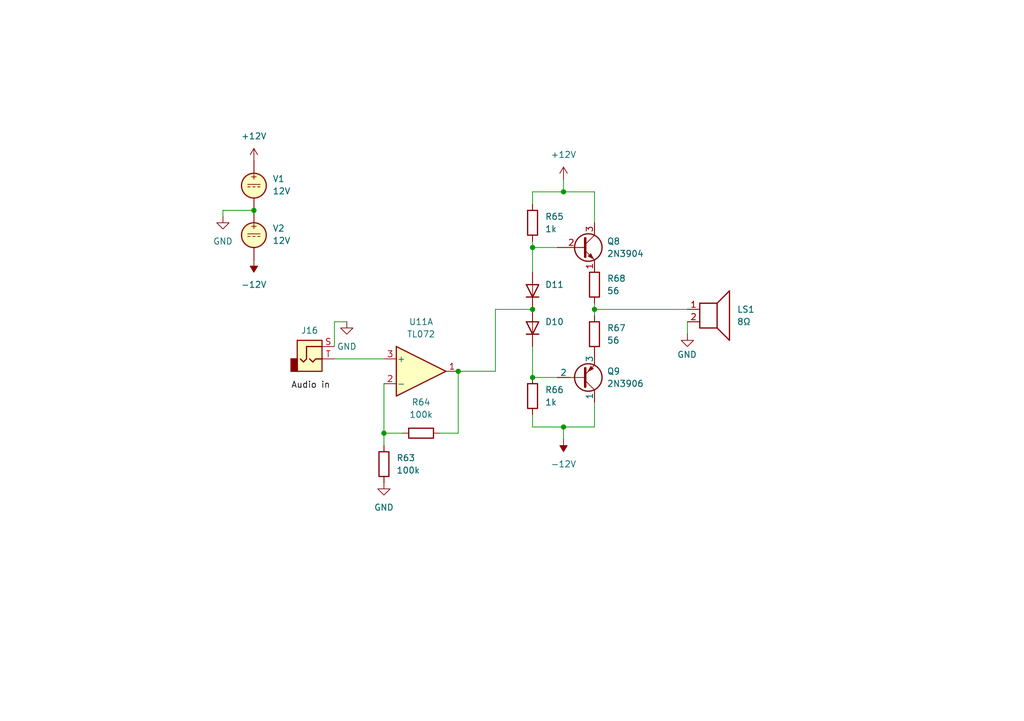
<source format=kicad_sch>
(kicad_sch
	(version 20231120)
	(generator "eeschema")
	(generator_version "8.0")
	(uuid "e6a6f590-9c59-4111-8065-2c23169710ea")
	(paper "A5")
	(title_block
		(title "Sillysizer Amplifier")
		(date "2024-10-27")
		(rev "2")
		(company "TEJ4M Ltd.")
	)
	(lib_symbols
		(symbol "Amplifier_Operational:TL072"
			(pin_names
				(offset 0.127)
			)
			(exclude_from_sim no)
			(in_bom yes)
			(on_board yes)
			(property "Reference" "U"
				(at 0 5.08 0)
				(effects
					(font
						(size 1.27 1.27)
					)
					(justify left)
				)
			)
			(property "Value" "TL072"
				(at 0 -5.08 0)
				(effects
					(font
						(size 1.27 1.27)
					)
					(justify left)
				)
			)
			(property "Footprint" ""
				(at 0 0 0)
				(effects
					(font
						(size 1.27 1.27)
					)
					(hide yes)
				)
			)
			(property "Datasheet" "http://www.ti.com/lit/ds/symlink/tl071.pdf"
				(at 0 0 0)
				(effects
					(font
						(size 1.27 1.27)
					)
					(hide yes)
				)
			)
			(property "Description" "Dual Low-Noise JFET-Input Operational Amplifiers, DIP-8/SOIC-8"
				(at 0 0 0)
				(effects
					(font
						(size 1.27 1.27)
					)
					(hide yes)
				)
			)
			(property "ki_locked" ""
				(at 0 0 0)
				(effects
					(font
						(size 1.27 1.27)
					)
				)
			)
			(property "ki_keywords" "dual opamp"
				(at 0 0 0)
				(effects
					(font
						(size 1.27 1.27)
					)
					(hide yes)
				)
			)
			(property "ki_fp_filters" "SOIC*3.9x4.9mm*P1.27mm* DIP*W7.62mm* TO*99* OnSemi*Micro8* TSSOP*3x3mm*P0.65mm* TSSOP*4.4x3mm*P0.65mm* MSOP*3x3mm*P0.65mm* SSOP*3.9x4.9mm*P0.635mm* LFCSP*2x2mm*P0.5mm* *SIP* SOIC*5.3x6.2mm*P1.27mm*"
				(at 0 0 0)
				(effects
					(font
						(size 1.27 1.27)
					)
					(hide yes)
				)
			)
			(symbol "TL072_1_1"
				(polyline
					(pts
						(xy -5.08 5.08) (xy 5.08 0) (xy -5.08 -5.08) (xy -5.08 5.08)
					)
					(stroke
						(width 0.254)
						(type default)
					)
					(fill
						(type background)
					)
				)
				(pin output line
					(at 7.62 0 180)
					(length 2.54)
					(name "~"
						(effects
							(font
								(size 1.27 1.27)
							)
						)
					)
					(number "1"
						(effects
							(font
								(size 1.27 1.27)
							)
						)
					)
				)
				(pin input line
					(at -7.62 -2.54 0)
					(length 2.54)
					(name "-"
						(effects
							(font
								(size 1.27 1.27)
							)
						)
					)
					(number "2"
						(effects
							(font
								(size 1.27 1.27)
							)
						)
					)
				)
				(pin input line
					(at -7.62 2.54 0)
					(length 2.54)
					(name "+"
						(effects
							(font
								(size 1.27 1.27)
							)
						)
					)
					(number "3"
						(effects
							(font
								(size 1.27 1.27)
							)
						)
					)
				)
			)
			(symbol "TL072_2_1"
				(polyline
					(pts
						(xy -5.08 5.08) (xy 5.08 0) (xy -5.08 -5.08) (xy -5.08 5.08)
					)
					(stroke
						(width 0.254)
						(type default)
					)
					(fill
						(type background)
					)
				)
				(pin input line
					(at -7.62 2.54 0)
					(length 2.54)
					(name "+"
						(effects
							(font
								(size 1.27 1.27)
							)
						)
					)
					(number "5"
						(effects
							(font
								(size 1.27 1.27)
							)
						)
					)
				)
				(pin input line
					(at -7.62 -2.54 0)
					(length 2.54)
					(name "-"
						(effects
							(font
								(size 1.27 1.27)
							)
						)
					)
					(number "6"
						(effects
							(font
								(size 1.27 1.27)
							)
						)
					)
				)
				(pin output line
					(at 7.62 0 180)
					(length 2.54)
					(name "~"
						(effects
							(font
								(size 1.27 1.27)
							)
						)
					)
					(number "7"
						(effects
							(font
								(size 1.27 1.27)
							)
						)
					)
				)
			)
			(symbol "TL072_3_1"
				(pin power_in line
					(at -2.54 -7.62 90)
					(length 3.81)
					(name "V-"
						(effects
							(font
								(size 1.27 1.27)
							)
						)
					)
					(number "4"
						(effects
							(font
								(size 1.27 1.27)
							)
						)
					)
				)
				(pin power_in line
					(at -2.54 7.62 270)
					(length 3.81)
					(name "V+"
						(effects
							(font
								(size 1.27 1.27)
							)
						)
					)
					(number "8"
						(effects
							(font
								(size 1.27 1.27)
							)
						)
					)
				)
			)
		)
		(symbol "Connector_Audio:AudioJack2"
			(exclude_from_sim no)
			(in_bom yes)
			(on_board yes)
			(property "Reference" "J"
				(at 0 8.89 0)
				(effects
					(font
						(size 1.27 1.27)
					)
				)
			)
			(property "Value" "AudioJack2"
				(at 0 6.35 0)
				(effects
					(font
						(size 1.27 1.27)
					)
				)
			)
			(property "Footprint" ""
				(at 0 0 0)
				(effects
					(font
						(size 1.27 1.27)
					)
					(hide yes)
				)
			)
			(property "Datasheet" "~"
				(at 0 0 0)
				(effects
					(font
						(size 1.27 1.27)
					)
					(hide yes)
				)
			)
			(property "Description" "Audio Jack, 2 Poles (Mono / TS)"
				(at 0 0 0)
				(effects
					(font
						(size 1.27 1.27)
					)
					(hide yes)
				)
			)
			(property "ki_keywords" "audio jack receptacle mono phone headphone TS connector"
				(at 0 0 0)
				(effects
					(font
						(size 1.27 1.27)
					)
					(hide yes)
				)
			)
			(property "ki_fp_filters" "Jack*"
				(at 0 0 0)
				(effects
					(font
						(size 1.27 1.27)
					)
					(hide yes)
				)
			)
			(symbol "AudioJack2_0_1"
				(rectangle
					(start -3.81 0)
					(end -2.54 -2.54)
					(stroke
						(width 0.254)
						(type default)
					)
					(fill
						(type outline)
					)
				)
				(rectangle
					(start -2.54 3.81)
					(end 2.54 -2.54)
					(stroke
						(width 0.254)
						(type default)
					)
					(fill
						(type background)
					)
				)
				(polyline
					(pts
						(xy 0 0) (xy 0.635 -0.635) (xy 1.27 0) (xy 2.54 0)
					)
					(stroke
						(width 0.254)
						(type default)
					)
					(fill
						(type none)
					)
				)
				(polyline
					(pts
						(xy 2.54 2.54) (xy -0.635 2.54) (xy -0.635 0) (xy -1.27 -0.635) (xy -1.905 0)
					)
					(stroke
						(width 0.254)
						(type default)
					)
					(fill
						(type none)
					)
				)
			)
			(symbol "AudioJack2_1_1"
				(pin passive line
					(at 5.08 2.54 180)
					(length 2.54)
					(name "~"
						(effects
							(font
								(size 1.27 1.27)
							)
						)
					)
					(number "S"
						(effects
							(font
								(size 1.27 1.27)
							)
						)
					)
				)
				(pin passive line
					(at 5.08 0 180)
					(length 2.54)
					(name "~"
						(effects
							(font
								(size 1.27 1.27)
							)
						)
					)
					(number "T"
						(effects
							(font
								(size 1.27 1.27)
							)
						)
					)
				)
			)
		)
		(symbol "Device:D"
			(pin_numbers hide)
			(pin_names
				(offset 1.016) hide)
			(exclude_from_sim no)
			(in_bom yes)
			(on_board yes)
			(property "Reference" "D"
				(at 0 2.54 0)
				(effects
					(font
						(size 1.27 1.27)
					)
				)
			)
			(property "Value" "D"
				(at 0 -2.54 0)
				(effects
					(font
						(size 1.27 1.27)
					)
				)
			)
			(property "Footprint" ""
				(at 0 0 0)
				(effects
					(font
						(size 1.27 1.27)
					)
					(hide yes)
				)
			)
			(property "Datasheet" "~"
				(at 0 0 0)
				(effects
					(font
						(size 1.27 1.27)
					)
					(hide yes)
				)
			)
			(property "Description" "Diode"
				(at 0 0 0)
				(effects
					(font
						(size 1.27 1.27)
					)
					(hide yes)
				)
			)
			(property "Sim.Device" "D"
				(at 0 0 0)
				(effects
					(font
						(size 1.27 1.27)
					)
					(hide yes)
				)
			)
			(property "Sim.Pins" "1=K 2=A"
				(at 0 0 0)
				(effects
					(font
						(size 1.27 1.27)
					)
					(hide yes)
				)
			)
			(property "ki_keywords" "diode"
				(at 0 0 0)
				(effects
					(font
						(size 1.27 1.27)
					)
					(hide yes)
				)
			)
			(property "ki_fp_filters" "TO-???* *_Diode_* *SingleDiode* D_*"
				(at 0 0 0)
				(effects
					(font
						(size 1.27 1.27)
					)
					(hide yes)
				)
			)
			(symbol "D_0_1"
				(polyline
					(pts
						(xy -1.27 1.27) (xy -1.27 -1.27)
					)
					(stroke
						(width 0.254)
						(type default)
					)
					(fill
						(type none)
					)
				)
				(polyline
					(pts
						(xy 1.27 0) (xy -1.27 0)
					)
					(stroke
						(width 0)
						(type default)
					)
					(fill
						(type none)
					)
				)
				(polyline
					(pts
						(xy 1.27 1.27) (xy 1.27 -1.27) (xy -1.27 0) (xy 1.27 1.27)
					)
					(stroke
						(width 0.254)
						(type default)
					)
					(fill
						(type none)
					)
				)
			)
			(symbol "D_1_1"
				(pin passive line
					(at -3.81 0 0)
					(length 2.54)
					(name "K"
						(effects
							(font
								(size 1.27 1.27)
							)
						)
					)
					(number "1"
						(effects
							(font
								(size 1.27 1.27)
							)
						)
					)
				)
				(pin passive line
					(at 3.81 0 180)
					(length 2.54)
					(name "A"
						(effects
							(font
								(size 1.27 1.27)
							)
						)
					)
					(number "2"
						(effects
							(font
								(size 1.27 1.27)
							)
						)
					)
				)
			)
		)
		(symbol "Device:R"
			(pin_numbers hide)
			(pin_names
				(offset 0)
			)
			(exclude_from_sim no)
			(in_bom yes)
			(on_board yes)
			(property "Reference" "R"
				(at 2.032 0 90)
				(effects
					(font
						(size 1.27 1.27)
					)
				)
			)
			(property "Value" "R"
				(at 0 0 90)
				(effects
					(font
						(size 1.27 1.27)
					)
				)
			)
			(property "Footprint" ""
				(at -1.778 0 90)
				(effects
					(font
						(size 1.27 1.27)
					)
					(hide yes)
				)
			)
			(property "Datasheet" "~"
				(at 0 0 0)
				(effects
					(font
						(size 1.27 1.27)
					)
					(hide yes)
				)
			)
			(property "Description" "Resistor"
				(at 0 0 0)
				(effects
					(font
						(size 1.27 1.27)
					)
					(hide yes)
				)
			)
			(property "ki_keywords" "R res resistor"
				(at 0 0 0)
				(effects
					(font
						(size 1.27 1.27)
					)
					(hide yes)
				)
			)
			(property "ki_fp_filters" "R_*"
				(at 0 0 0)
				(effects
					(font
						(size 1.27 1.27)
					)
					(hide yes)
				)
			)
			(symbol "R_0_1"
				(rectangle
					(start -1.016 -2.54)
					(end 1.016 2.54)
					(stroke
						(width 0.254)
						(type default)
					)
					(fill
						(type none)
					)
				)
			)
			(symbol "R_1_1"
				(pin passive line
					(at 0 3.81 270)
					(length 1.27)
					(name "~"
						(effects
							(font
								(size 1.27 1.27)
							)
						)
					)
					(number "1"
						(effects
							(font
								(size 1.27 1.27)
							)
						)
					)
				)
				(pin passive line
					(at 0 -3.81 90)
					(length 1.27)
					(name "~"
						(effects
							(font
								(size 1.27 1.27)
							)
						)
					)
					(number "2"
						(effects
							(font
								(size 1.27 1.27)
							)
						)
					)
				)
			)
		)
		(symbol "Device:Speaker"
			(pin_names
				(offset 0) hide)
			(exclude_from_sim no)
			(in_bom yes)
			(on_board yes)
			(property "Reference" "LS"
				(at 1.27 5.715 0)
				(effects
					(font
						(size 1.27 1.27)
					)
					(justify right)
				)
			)
			(property "Value" "Speaker"
				(at 1.27 3.81 0)
				(effects
					(font
						(size 1.27 1.27)
					)
					(justify right)
				)
			)
			(property "Footprint" ""
				(at 0 -5.08 0)
				(effects
					(font
						(size 1.27 1.27)
					)
					(hide yes)
				)
			)
			(property "Datasheet" "~"
				(at -0.254 -1.27 0)
				(effects
					(font
						(size 1.27 1.27)
					)
					(hide yes)
				)
			)
			(property "Description" "Speaker"
				(at 0 0 0)
				(effects
					(font
						(size 1.27 1.27)
					)
					(hide yes)
				)
			)
			(property "ki_keywords" "speaker sound"
				(at 0 0 0)
				(effects
					(font
						(size 1.27 1.27)
					)
					(hide yes)
				)
			)
			(symbol "Speaker_0_0"
				(rectangle
					(start -2.54 1.27)
					(end 1.016 -3.81)
					(stroke
						(width 0.254)
						(type default)
					)
					(fill
						(type none)
					)
				)
				(polyline
					(pts
						(xy 1.016 1.27) (xy 3.556 3.81) (xy 3.556 -6.35) (xy 1.016 -3.81)
					)
					(stroke
						(width 0.254)
						(type default)
					)
					(fill
						(type none)
					)
				)
			)
			(symbol "Speaker_1_1"
				(pin input line
					(at -5.08 0 0)
					(length 2.54)
					(name "1"
						(effects
							(font
								(size 1.27 1.27)
							)
						)
					)
					(number "1"
						(effects
							(font
								(size 1.27 1.27)
							)
						)
					)
				)
				(pin input line
					(at -5.08 -2.54 0)
					(length 2.54)
					(name "2"
						(effects
							(font
								(size 1.27 1.27)
							)
						)
					)
					(number "2"
						(effects
							(font
								(size 1.27 1.27)
							)
						)
					)
				)
			)
		)
		(symbol "Simulation_SPICE:PNP"
			(pin_numbers hide)
			(pin_names
				(offset 0)
			)
			(exclude_from_sim no)
			(in_bom yes)
			(on_board yes)
			(property "Reference" "Q3"
				(at 5.08 -1.2701 0)
				(effects
					(font
						(size 1.27 1.27)
					)
					(justify left)
				)
			)
			(property "Value" "PNP"
				(at 5.08 1.2699 0)
				(effects
					(font
						(size 1.27 1.27)
					)
					(justify left)
				)
			)
			(property "Footprint" ""
				(at 35.56 0 0)
				(effects
					(font
						(size 1.27 1.27)
					)
					(hide yes)
				)
			)
			(property "Datasheet" "https://ngspice.sourceforge.io/docs/ngspice-html-manual/manual.xhtml#cha_BJTs"
				(at 35.56 0 0)
				(effects
					(font
						(size 1.27 1.27)
					)
					(hide yes)
				)
			)
			(property "Description" "Bipolar transistor symbol for simulation only, substrate tied to the emitter"
				(at 0 0 0)
				(effects
					(font
						(size 1.27 1.27)
					)
					(hide yes)
				)
			)
			(property "Sim.Device" "PNP"
				(at 0 0 0)
				(effects
					(font
						(size 1.27 1.27)
					)
					(hide yes)
				)
			)
			(property "Sim.Type" "GUMMELPOON"
				(at 0 0 0)
				(effects
					(font
						(size 1.27 1.27)
					)
					(hide yes)
				)
			)
			(property "Sim.Pins" "1=C 2=B 3=E"
				(at 0 0 0)
				(effects
					(font
						(size 1.27 1.27)
					)
					(hide yes)
				)
			)
			(property "ki_keywords" "simulation"
				(at 0 0 0)
				(effects
					(font
						(size 1.27 1.27)
					)
					(hide yes)
				)
			)
			(symbol "PNP_0_1"
				(polyline
					(pts
						(xy -2.54 0) (xy 0.635 0)
					)
					(stroke
						(width 0.1524)
						(type default)
					)
					(fill
						(type none)
					)
				)
				(polyline
					(pts
						(xy 0.635 0.635) (xy 2.54 2.54)
					)
					(stroke
						(width 0)
						(type default)
					)
					(fill
						(type none)
					)
				)
				(polyline
					(pts
						(xy 0.635 -0.635) (xy 2.54 -2.54) (xy 2.54 -2.54)
					)
					(stroke
						(width 0)
						(type default)
					)
					(fill
						(type none)
					)
				)
				(polyline
					(pts
						(xy 0.635 1.905) (xy 0.635 -1.905) (xy 0.635 -1.905)
					)
					(stroke
						(width 0.508)
						(type default)
					)
					(fill
						(type none)
					)
				)
				(polyline
					(pts
						(xy 2.286 -1.778) (xy 1.778 -2.286) (xy 1.27 -1.27) (xy 2.286 -1.778) (xy 2.286 -1.778)
					)
					(stroke
						(width 0)
						(type default)
					)
					(fill
						(type outline)
					)
				)
				(circle
					(center 1.27 0)
					(radius 2.8194)
					(stroke
						(width 0.254)
						(type default)
					)
					(fill
						(type none)
					)
				)
			)
			(symbol "PNP_1_1"
				(pin open_collector line
					(at 2.54 5.08 270)
					(length 2.54)
					(name "1"
						(effects
							(font
								(size 1.27 1.27)
							)
						)
					)
					(number "1"
						(effects
							(font
								(size 1.27 1.27)
							)
						)
					)
				)
				(pin input line
					(at -5.08 0 0)
					(length 2.54)
					(name "2"
						(effects
							(font
								(size 1.27 1.27)
							)
						)
					)
					(number "2"
						(effects
							(font
								(size 1.27 1.27)
							)
						)
					)
				)
				(pin open_emitter line
					(at 2.54 -5.08 90)
					(length 2.54)
					(name "3"
						(effects
							(font
								(size 1.27 1.27)
							)
						)
					)
					(number "3"
						(effects
							(font
								(size 1.27 1.27)
							)
						)
					)
				)
			)
		)
		(symbol "Simulation_SPICE:VDC"
			(pin_numbers hide)
			(pin_names
				(offset 0.0254)
			)
			(exclude_from_sim no)
			(in_bom yes)
			(on_board yes)
			(property "Reference" "V"
				(at 2.54 2.54 0)
				(effects
					(font
						(size 1.27 1.27)
					)
					(justify left)
				)
			)
			(property "Value" "1"
				(at 2.54 0 0)
				(effects
					(font
						(size 1.27 1.27)
					)
					(justify left)
				)
			)
			(property "Footprint" ""
				(at 0 0 0)
				(effects
					(font
						(size 1.27 1.27)
					)
					(hide yes)
				)
			)
			(property "Datasheet" "https://ngspice.sourceforge.io/docs/ngspice-html-manual/manual.xhtml#sec_Independent_Sources_for"
				(at 0 0 0)
				(effects
					(font
						(size 1.27 1.27)
					)
					(hide yes)
				)
			)
			(property "Description" "Voltage source, DC"
				(at 0 0 0)
				(effects
					(font
						(size 1.27 1.27)
					)
					(hide yes)
				)
			)
			(property "Sim.Pins" "1=+ 2=-"
				(at 0 0 0)
				(effects
					(font
						(size 1.27 1.27)
					)
					(hide yes)
				)
			)
			(property "Sim.Type" "DC"
				(at 0 0 0)
				(effects
					(font
						(size 1.27 1.27)
					)
					(hide yes)
				)
			)
			(property "Sim.Device" "V"
				(at 0 0 0)
				(effects
					(font
						(size 1.27 1.27)
					)
					(justify left)
					(hide yes)
				)
			)
			(property "ki_keywords" "simulation"
				(at 0 0 0)
				(effects
					(font
						(size 1.27 1.27)
					)
					(hide yes)
				)
			)
			(symbol "VDC_0_0"
				(polyline
					(pts
						(xy -1.27 0.254) (xy 1.27 0.254)
					)
					(stroke
						(width 0)
						(type default)
					)
					(fill
						(type none)
					)
				)
				(polyline
					(pts
						(xy -0.762 -0.254) (xy -1.27 -0.254)
					)
					(stroke
						(width 0)
						(type default)
					)
					(fill
						(type none)
					)
				)
				(polyline
					(pts
						(xy 0.254 -0.254) (xy -0.254 -0.254)
					)
					(stroke
						(width 0)
						(type default)
					)
					(fill
						(type none)
					)
				)
				(polyline
					(pts
						(xy 1.27 -0.254) (xy 0.762 -0.254)
					)
					(stroke
						(width 0)
						(type default)
					)
					(fill
						(type none)
					)
				)
				(text "+"
					(at 0 1.905 0)
					(effects
						(font
							(size 1.27 1.27)
						)
					)
				)
			)
			(symbol "VDC_0_1"
				(circle
					(center 0 0)
					(radius 2.54)
					(stroke
						(width 0.254)
						(type default)
					)
					(fill
						(type background)
					)
				)
			)
			(symbol "VDC_1_1"
				(pin passive line
					(at 0 5.08 270)
					(length 2.54)
					(name "~"
						(effects
							(font
								(size 1.27 1.27)
							)
						)
					)
					(number "1"
						(effects
							(font
								(size 1.27 1.27)
							)
						)
					)
				)
				(pin passive line
					(at 0 -5.08 90)
					(length 2.54)
					(name "~"
						(effects
							(font
								(size 1.27 1.27)
							)
						)
					)
					(number "2"
						(effects
							(font
								(size 1.27 1.27)
							)
						)
					)
				)
			)
		)
		(symbol "Transistor_BJT:2N3904"
			(pin_names
				(offset 0) hide)
			(exclude_from_sim no)
			(in_bom yes)
			(on_board yes)
			(property "Reference" "Q"
				(at 5.08 1.905 0)
				(effects
					(font
						(size 1.27 1.27)
					)
					(justify left)
				)
			)
			(property "Value" "2N3904"
				(at 5.08 0 0)
				(effects
					(font
						(size 1.27 1.27)
					)
					(justify left)
				)
			)
			(property "Footprint" "Package_TO_SOT_THT:TO-92_Inline"
				(at 5.08 -1.905 0)
				(effects
					(font
						(size 1.27 1.27)
						(italic yes)
					)
					(justify left)
					(hide yes)
				)
			)
			(property "Datasheet" "https://www.onsemi.com/pub/Collateral/2N3903-D.PDF"
				(at 0 0 0)
				(effects
					(font
						(size 1.27 1.27)
					)
					(justify left)
					(hide yes)
				)
			)
			(property "Description" "0.2A Ic, 40V Vce, Small Signal NPN Transistor, TO-92"
				(at 0 0 0)
				(effects
					(font
						(size 1.27 1.27)
					)
					(hide yes)
				)
			)
			(property "ki_keywords" "NPN Transistor"
				(at 0 0 0)
				(effects
					(font
						(size 1.27 1.27)
					)
					(hide yes)
				)
			)
			(property "ki_fp_filters" "TO?92*"
				(at 0 0 0)
				(effects
					(font
						(size 1.27 1.27)
					)
					(hide yes)
				)
			)
			(symbol "2N3904_0_1"
				(polyline
					(pts
						(xy 0.635 0.635) (xy 2.54 2.54)
					)
					(stroke
						(width 0)
						(type default)
					)
					(fill
						(type none)
					)
				)
				(polyline
					(pts
						(xy 0.635 -0.635) (xy 2.54 -2.54) (xy 2.54 -2.54)
					)
					(stroke
						(width 0)
						(type default)
					)
					(fill
						(type none)
					)
				)
				(polyline
					(pts
						(xy 0.635 1.905) (xy 0.635 -1.905) (xy 0.635 -1.905)
					)
					(stroke
						(width 0.508)
						(type default)
					)
					(fill
						(type none)
					)
				)
				(polyline
					(pts
						(xy 1.27 -1.778) (xy 1.778 -1.27) (xy 2.286 -2.286) (xy 1.27 -1.778) (xy 1.27 -1.778)
					)
					(stroke
						(width 0)
						(type default)
					)
					(fill
						(type outline)
					)
				)
				(circle
					(center 1.27 0)
					(radius 2.8194)
					(stroke
						(width 0.254)
						(type default)
					)
					(fill
						(type none)
					)
				)
			)
			(symbol "2N3904_1_1"
				(pin passive line
					(at 2.54 -5.08 90)
					(length 2.54)
					(name "E"
						(effects
							(font
								(size 1.27 1.27)
							)
						)
					)
					(number "1"
						(effects
							(font
								(size 1.27 1.27)
							)
						)
					)
				)
				(pin passive line
					(at -5.08 0 0)
					(length 5.715)
					(name "B"
						(effects
							(font
								(size 1.27 1.27)
							)
						)
					)
					(number "2"
						(effects
							(font
								(size 1.27 1.27)
							)
						)
					)
				)
				(pin passive line
					(at 2.54 5.08 270)
					(length 2.54)
					(name "C"
						(effects
							(font
								(size 1.27 1.27)
							)
						)
					)
					(number "3"
						(effects
							(font
								(size 1.27 1.27)
							)
						)
					)
				)
			)
		)
		(symbol "power:+12V"
			(power)
			(pin_numbers hide)
			(pin_names
				(offset 0) hide)
			(exclude_from_sim no)
			(in_bom yes)
			(on_board yes)
			(property "Reference" "#PWR"
				(at 0 -3.81 0)
				(effects
					(font
						(size 1.27 1.27)
					)
					(hide yes)
				)
			)
			(property "Value" "+12V"
				(at 0 3.556 0)
				(effects
					(font
						(size 1.27 1.27)
					)
				)
			)
			(property "Footprint" ""
				(at 0 0 0)
				(effects
					(font
						(size 1.27 1.27)
					)
					(hide yes)
				)
			)
			(property "Datasheet" ""
				(at 0 0 0)
				(effects
					(font
						(size 1.27 1.27)
					)
					(hide yes)
				)
			)
			(property "Description" "Power symbol creates a global label with name \"+12V\""
				(at 0 0 0)
				(effects
					(font
						(size 1.27 1.27)
					)
					(hide yes)
				)
			)
			(property "ki_keywords" "global power"
				(at 0 0 0)
				(effects
					(font
						(size 1.27 1.27)
					)
					(hide yes)
				)
			)
			(symbol "+12V_0_1"
				(polyline
					(pts
						(xy -0.762 1.27) (xy 0 2.54)
					)
					(stroke
						(width 0)
						(type default)
					)
					(fill
						(type none)
					)
				)
				(polyline
					(pts
						(xy 0 0) (xy 0 2.54)
					)
					(stroke
						(width 0)
						(type default)
					)
					(fill
						(type none)
					)
				)
				(polyline
					(pts
						(xy 0 2.54) (xy 0.762 1.27)
					)
					(stroke
						(width 0)
						(type default)
					)
					(fill
						(type none)
					)
				)
			)
			(symbol "+12V_1_1"
				(pin power_in line
					(at 0 0 90)
					(length 0)
					(name "~"
						(effects
							(font
								(size 1.27 1.27)
							)
						)
					)
					(number "1"
						(effects
							(font
								(size 1.27 1.27)
							)
						)
					)
				)
			)
		)
		(symbol "power:-12V"
			(power)
			(pin_numbers hide)
			(pin_names
				(offset 0) hide)
			(exclude_from_sim no)
			(in_bom yes)
			(on_board yes)
			(property "Reference" "#PWR"
				(at 0 -3.81 0)
				(effects
					(font
						(size 1.27 1.27)
					)
					(hide yes)
				)
			)
			(property "Value" "-12V"
				(at 0 3.556 0)
				(effects
					(font
						(size 1.27 1.27)
					)
				)
			)
			(property "Footprint" ""
				(at 0 0 0)
				(effects
					(font
						(size 1.27 1.27)
					)
					(hide yes)
				)
			)
			(property "Datasheet" ""
				(at 0 0 0)
				(effects
					(font
						(size 1.27 1.27)
					)
					(hide yes)
				)
			)
			(property "Description" "Power symbol creates a global label with name \"-12V\""
				(at 0 0 0)
				(effects
					(font
						(size 1.27 1.27)
					)
					(hide yes)
				)
			)
			(property "ki_keywords" "global power"
				(at 0 0 0)
				(effects
					(font
						(size 1.27 1.27)
					)
					(hide yes)
				)
			)
			(symbol "-12V_0_0"
				(pin power_in line
					(at 0 0 90)
					(length 0)
					(name "~"
						(effects
							(font
								(size 1.27 1.27)
							)
						)
					)
					(number "1"
						(effects
							(font
								(size 1.27 1.27)
							)
						)
					)
				)
			)
			(symbol "-12V_0_1"
				(polyline
					(pts
						(xy 0 0) (xy 0 1.27) (xy 0.762 1.27) (xy 0 2.54) (xy -0.762 1.27) (xy 0 1.27)
					)
					(stroke
						(width 0)
						(type default)
					)
					(fill
						(type outline)
					)
				)
			)
		)
		(symbol "power:GND"
			(power)
			(pin_numbers hide)
			(pin_names
				(offset 0) hide)
			(exclude_from_sim no)
			(in_bom yes)
			(on_board yes)
			(property "Reference" "#PWR"
				(at 0 -6.35 0)
				(effects
					(font
						(size 1.27 1.27)
					)
					(hide yes)
				)
			)
			(property "Value" "GND"
				(at 0 -3.81 0)
				(effects
					(font
						(size 1.27 1.27)
					)
				)
			)
			(property "Footprint" ""
				(at 0 0 0)
				(effects
					(font
						(size 1.27 1.27)
					)
					(hide yes)
				)
			)
			(property "Datasheet" ""
				(at 0 0 0)
				(effects
					(font
						(size 1.27 1.27)
					)
					(hide yes)
				)
			)
			(property "Description" "Power symbol creates a global label with name \"GND\" , ground"
				(at 0 0 0)
				(effects
					(font
						(size 1.27 1.27)
					)
					(hide yes)
				)
			)
			(property "ki_keywords" "global power"
				(at 0 0 0)
				(effects
					(font
						(size 1.27 1.27)
					)
					(hide yes)
				)
			)
			(symbol "GND_0_1"
				(polyline
					(pts
						(xy 0 0) (xy 0 -1.27) (xy 1.27 -1.27) (xy 0 -2.54) (xy -1.27 -1.27) (xy 0 -1.27)
					)
					(stroke
						(width 0)
						(type default)
					)
					(fill
						(type none)
					)
				)
			)
			(symbol "GND_1_1"
				(pin power_in line
					(at 0 0 270)
					(length 0)
					(name "~"
						(effects
							(font
								(size 1.27 1.27)
							)
						)
					)
					(number "1"
						(effects
							(font
								(size 1.27 1.27)
							)
						)
					)
				)
			)
		)
	)
	(junction
		(at 52.07 43.18)
		(diameter 0)
		(color 0 0 0 0)
		(uuid "2dbb6d12-684d-4d40-bc79-cb4d988027a7")
	)
	(junction
		(at 115.57 87.63)
		(diameter 0)
		(color 0 0 0 0)
		(uuid "4c8e7e6a-ad7f-4f8b-926e-c40848553475")
	)
	(junction
		(at 78.74 88.9)
		(diameter 0)
		(color 0 0 0 0)
		(uuid "734b577b-ec05-49d4-a4c8-daaa0baa41c9")
	)
	(junction
		(at 109.22 77.47)
		(diameter 0)
		(color 0 0 0 0)
		(uuid "8c347fff-2347-498d-b8a4-eb99871e78f5")
	)
	(junction
		(at 109.22 63.5)
		(diameter 0)
		(color 0 0 0 0)
		(uuid "c3d3c804-3a18-4923-b2b1-714d595cd4d7")
	)
	(junction
		(at 109.22 50.8)
		(diameter 0)
		(color 0 0 0 0)
		(uuid "c490bd9e-8d8a-45c9-8118-4ac65959a3a3")
	)
	(junction
		(at 115.57 39.37)
		(diameter 0)
		(color 0 0 0 0)
		(uuid "cb489895-fbb6-4668-b4a4-09487e69f36a")
	)
	(junction
		(at 93.98 76.2)
		(diameter 0)
		(color 0 0 0 0)
		(uuid "ccd16db5-06a3-4899-b348-01f3b380494d")
	)
	(junction
		(at 121.92 63.5)
		(diameter 0)
		(color 0 0 0 0)
		(uuid "e6caccc0-4129-4e80-a578-88c446b6aa23")
	)
	(wire
		(pts
			(xy 121.92 63.5) (xy 140.97 63.5)
		)
		(stroke
			(width 0)
			(type default)
		)
		(uuid "06e7dc75-b361-4fbf-aa21-d239281f20f4")
	)
	(wire
		(pts
			(xy 109.22 87.63) (xy 115.57 87.63)
		)
		(stroke
			(width 0)
			(type default)
		)
		(uuid "0d2d0f5a-c020-42c2-a5ec-eab6be43fd72")
	)
	(wire
		(pts
			(xy 68.58 66.04) (xy 71.12 66.04)
		)
		(stroke
			(width 0)
			(type default)
		)
		(uuid "13ca06e0-3fef-4eab-b05a-e9d50245668e")
	)
	(wire
		(pts
			(xy 109.22 50.8) (xy 114.3 50.8)
		)
		(stroke
			(width 0)
			(type default)
		)
		(uuid "26f4b132-ad8c-46a6-9a57-f106129fdd77")
	)
	(wire
		(pts
			(xy 121.92 82.55) (xy 121.92 87.63)
		)
		(stroke
			(width 0)
			(type default)
		)
		(uuid "2d46d6bf-32f2-46e5-b1fa-d650644f7de1")
	)
	(wire
		(pts
			(xy 78.74 91.44) (xy 78.74 88.9)
		)
		(stroke
			(width 0)
			(type default)
		)
		(uuid "35f138cf-2403-4dd2-b71a-70cac0532dca")
	)
	(wire
		(pts
			(xy 93.98 76.2) (xy 93.98 88.9)
		)
		(stroke
			(width 0)
			(type default)
		)
		(uuid "461838f5-f5d5-4e39-8785-037cb1da7abc")
	)
	(wire
		(pts
			(xy 115.57 39.37) (xy 109.22 39.37)
		)
		(stroke
			(width 0)
			(type default)
		)
		(uuid "4c34fe3b-c8f2-4db6-bed6-0351d9b5282f")
	)
	(wire
		(pts
			(xy 121.92 64.77) (xy 121.92 63.5)
		)
		(stroke
			(width 0)
			(type default)
		)
		(uuid "4cabd01e-7725-4461-9549-aac98e20545b")
	)
	(wire
		(pts
			(xy 109.22 63.5) (xy 101.6 63.5)
		)
		(stroke
			(width 0)
			(type default)
		)
		(uuid "546b6217-ee89-45aa-865f-29ad3f60a77c")
	)
	(wire
		(pts
			(xy 68.58 71.12) (xy 68.58 66.04)
		)
		(stroke
			(width 0)
			(type default)
		)
		(uuid "5bb81040-b30b-47ad-8cc0-0a6ef127492a")
	)
	(wire
		(pts
			(xy 121.92 54.61) (xy 121.92 55.88)
		)
		(stroke
			(width 0)
			(type default)
		)
		(uuid "5dcdb692-fedc-40bf-a654-cb11b0ceae56")
	)
	(wire
		(pts
			(xy 101.6 76.2) (xy 93.98 76.2)
		)
		(stroke
			(width 0)
			(type default)
		)
		(uuid "5f6573ff-cd13-41c9-a8a6-28c292fe184d")
	)
	(wire
		(pts
			(xy 140.97 68.58) (xy 140.97 66.04)
		)
		(stroke
			(width 0)
			(type default)
		)
		(uuid "69ecc19b-d539-4c36-8b59-f35d34436963")
	)
	(wire
		(pts
			(xy 93.98 88.9) (xy 90.17 88.9)
		)
		(stroke
			(width 0)
			(type default)
		)
		(uuid "6b061235-984a-446d-bbda-fbf45e23dc0e")
	)
	(wire
		(pts
			(xy 101.6 63.5) (xy 101.6 76.2)
		)
		(stroke
			(width 0)
			(type default)
		)
		(uuid "6d263255-6f4a-4421-be2d-0bf0f6cba22a")
	)
	(wire
		(pts
			(xy 109.22 71.12) (xy 109.22 77.47)
		)
		(stroke
			(width 0)
			(type default)
		)
		(uuid "6d40272b-2439-4e6f-93d4-3abf60b58ae8")
	)
	(wire
		(pts
			(xy 109.22 39.37) (xy 109.22 41.91)
		)
		(stroke
			(width 0)
			(type default)
		)
		(uuid "82df9c04-bdb1-4e09-b766-4d7bf660b658")
	)
	(wire
		(pts
			(xy 78.74 88.9) (xy 82.55 88.9)
		)
		(stroke
			(width 0)
			(type default)
		)
		(uuid "84db983d-edde-474b-8ba6-613a970b9268")
	)
	(wire
		(pts
			(xy 68.58 73.66) (xy 78.74 73.66)
		)
		(stroke
			(width 0)
			(type default)
		)
		(uuid "851af6ab-e002-4e7d-a8ea-7dc5b9b30857")
	)
	(wire
		(pts
			(xy 109.22 50.8) (xy 109.22 55.88)
		)
		(stroke
			(width 0)
			(type default)
		)
		(uuid "8d1647a8-c028-4ce3-9ef2-7df11ccac5be")
	)
	(wire
		(pts
			(xy 115.57 36.83) (xy 115.57 39.37)
		)
		(stroke
			(width 0)
			(type default)
		)
		(uuid "a5d68958-f2f9-4863-befe-9ef1c32814f0")
	)
	(wire
		(pts
			(xy 109.22 85.09) (xy 109.22 87.63)
		)
		(stroke
			(width 0)
			(type default)
		)
		(uuid "b58bc53c-05b2-4609-95d1-b4b98a790b2b")
	)
	(wire
		(pts
			(xy 109.22 77.47) (xy 114.3 77.47)
		)
		(stroke
			(width 0)
			(type default)
		)
		(uuid "bc0200ed-4fed-4626-9f41-74ebdf4f2fcd")
	)
	(wire
		(pts
			(xy 121.92 45.72) (xy 121.92 39.37)
		)
		(stroke
			(width 0)
			(type default)
		)
		(uuid "bc3d07fa-f10a-4957-a04e-c52d490cb411")
	)
	(wire
		(pts
			(xy 45.72 43.18) (xy 45.72 44.45)
		)
		(stroke
			(width 0)
			(type default)
		)
		(uuid "c1a2460e-1030-406b-9468-4b37c5180f2e")
	)
	(wire
		(pts
			(xy 115.57 87.63) (xy 115.57 90.17)
		)
		(stroke
			(width 0)
			(type default)
		)
		(uuid "ca0d1be6-83f6-456b-a16d-48a41a79e5bf")
	)
	(wire
		(pts
			(xy 45.72 43.18) (xy 52.07 43.18)
		)
		(stroke
			(width 0)
			(type default)
		)
		(uuid "cd621f17-7e8c-4dc8-9874-9a3a3aa63b61")
	)
	(wire
		(pts
			(xy 115.57 87.63) (xy 121.92 87.63)
		)
		(stroke
			(width 0)
			(type default)
		)
		(uuid "e478c422-86e2-42a8-8fa0-03950dee56be")
	)
	(wire
		(pts
			(xy 109.22 49.53) (xy 109.22 50.8)
		)
		(stroke
			(width 0)
			(type default)
		)
		(uuid "e5e1fd18-19e2-4f2d-921e-b9e94986319b")
	)
	(wire
		(pts
			(xy 121.92 39.37) (xy 115.57 39.37)
		)
		(stroke
			(width 0)
			(type default)
		)
		(uuid "ede19bdc-e01d-44c4-8257-e160b290b69e")
	)
	(wire
		(pts
			(xy 78.74 78.74) (xy 78.74 88.9)
		)
		(stroke
			(width 0)
			(type default)
		)
		(uuid "f866df58-58a2-415b-9a5c-bd762e0f8142")
	)
	(wire
		(pts
			(xy 121.92 62.23) (xy 121.92 63.5)
		)
		(stroke
			(width 0)
			(type default)
		)
		(uuid "fe21a1cf-27d1-48f7-911b-6c3d7351a8e4")
	)
	(label "Audio in"
		(at 59.69 80.01 0)
		(fields_autoplaced yes)
		(effects
			(font
				(size 1.27 1.27)
			)
			(justify left bottom)
		)
		(uuid "7896b64a-255e-494b-a498-f43f65074f89")
	)
	(symbol
		(lib_id "power:GND")
		(at 71.12 66.04 0)
		(unit 1)
		(exclude_from_sim no)
		(in_bom yes)
		(on_board yes)
		(dnp no)
		(fields_autoplaced yes)
		(uuid "0241d68f-9cd3-404c-8208-a73f0da72944")
		(property "Reference" "#PWR084"
			(at 71.12 72.39 0)
			(effects
				(font
					(size 1.27 1.27)
				)
				(hide yes)
			)
		)
		(property "Value" "GND"
			(at 71.12 71.12 0)
			(effects
				(font
					(size 1.27 1.27)
				)
			)
		)
		(property "Footprint" ""
			(at 71.12 66.04 0)
			(effects
				(font
					(size 1.27 1.27)
				)
				(hide yes)
			)
		)
		(property "Datasheet" ""
			(at 71.12 66.04 0)
			(effects
				(font
					(size 1.27 1.27)
				)
				(hide yes)
			)
		)
		(property "Description" "Power symbol creates a global label with name \"GND\" , ground"
			(at 71.12 66.04 0)
			(effects
				(font
					(size 1.27 1.27)
				)
				(hide yes)
			)
		)
		(pin "1"
			(uuid "76807780-05b9-4641-b6f8-5523de4ee2b5")
		)
		(instances
			(project "sillysizer"
				(path "/bb092b85-e722-4e86-afc9-edfd62c321d0/0238944c-2406-4ffa-b418-d3fa471e59ac"
					(reference "#PWR084")
					(unit 1)
				)
			)
		)
	)
	(symbol
		(lib_id "Device:D")
		(at 109.22 59.69 90)
		(unit 1)
		(exclude_from_sim no)
		(in_bom yes)
		(on_board yes)
		(dnp no)
		(fields_autoplaced yes)
		(uuid "07e33e0e-7ce9-4fd9-a135-f126cd41e54a")
		(property "Reference" "D11"
			(at 111.76 58.4199 90)
			(effects
				(font
					(size 1.27 1.27)
				)
				(justify right)
			)
		)
		(property "Value" "D"
			(at 111.76 60.9599 90)
			(effects
				(font
					(size 1.27 1.27)
				)
				(justify right)
				(hide yes)
			)
		)
		(property "Footprint" ""
			(at 109.22 59.69 0)
			(effects
				(font
					(size 1.27 1.27)
				)
				(hide yes)
			)
		)
		(property "Datasheet" "~"
			(at 109.22 59.69 0)
			(effects
				(font
					(size 1.27 1.27)
				)
				(hide yes)
			)
		)
		(property "Description" "Diode"
			(at 109.22 59.69 0)
			(effects
				(font
					(size 1.27 1.27)
				)
				(hide yes)
			)
		)
		(property "Sim.Device" "D"
			(at 109.22 59.69 0)
			(effects
				(font
					(size 1.27 1.27)
				)
				(hide yes)
			)
		)
		(property "Sim.Pins" "1=K 2=A"
			(at 109.22 59.69 0)
			(effects
				(font
					(size 1.27 1.27)
				)
				(hide yes)
			)
		)
		(pin "2"
			(uuid "8cd61b13-e067-4851-a692-a198d1211567")
		)
		(pin "1"
			(uuid "7a7339e3-1b38-46b9-bdbf-ea853cc0ce6d")
		)
		(instances
			(project "sillysizer"
				(path "/bb092b85-e722-4e86-afc9-edfd62c321d0/0238944c-2406-4ffa-b418-d3fa471e59ac"
					(reference "D11")
					(unit 1)
				)
			)
		)
	)
	(symbol
		(lib_id "power:GND")
		(at 45.72 44.45 0)
		(unit 1)
		(exclude_from_sim no)
		(in_bom yes)
		(on_board yes)
		(dnp no)
		(fields_autoplaced yes)
		(uuid "0bf9bb8f-acc6-4a91-89ce-df9543e45c44")
		(property "Reference" "#PWR068"
			(at 45.72 50.8 0)
			(effects
				(font
					(size 1.27 1.27)
				)
				(hide yes)
			)
		)
		(property "Value" "GND"
			(at 45.72 49.53 0)
			(effects
				(font
					(size 1.27 1.27)
				)
			)
		)
		(property "Footprint" ""
			(at 45.72 44.45 0)
			(effects
				(font
					(size 1.27 1.27)
				)
				(hide yes)
			)
		)
		(property "Datasheet" ""
			(at 45.72 44.45 0)
			(effects
				(font
					(size 1.27 1.27)
				)
				(hide yes)
			)
		)
		(property "Description" "Power symbol creates a global label with name \"GND\" , ground"
			(at 45.72 44.45 0)
			(effects
				(font
					(size 1.27 1.27)
				)
				(hide yes)
			)
		)
		(pin "1"
			(uuid "62d18b50-668b-432b-9add-0e78ce2fb421")
		)
		(instances
			(project "sillysizer"
				(path "/bb092b85-e722-4e86-afc9-edfd62c321d0/0238944c-2406-4ffa-b418-d3fa471e59ac"
					(reference "#PWR068")
					(unit 1)
				)
			)
		)
	)
	(symbol
		(lib_id "Device:R")
		(at 78.74 95.25 0)
		(unit 1)
		(exclude_from_sim no)
		(in_bom yes)
		(on_board yes)
		(dnp no)
		(fields_autoplaced yes)
		(uuid "0f1f3830-8031-41d2-9995-42ca31cf641c")
		(property "Reference" "R63"
			(at 81.28 93.9799 0)
			(effects
				(font
					(size 1.27 1.27)
				)
				(justify left)
			)
		)
		(property "Value" "100k"
			(at 81.28 96.5199 0)
			(effects
				(font
					(size 1.27 1.27)
				)
				(justify left)
			)
		)
		(property "Footprint" ""
			(at 76.962 95.25 90)
			(effects
				(font
					(size 1.27 1.27)
				)
				(hide yes)
			)
		)
		(property "Datasheet" "~"
			(at 78.74 95.25 0)
			(effects
				(font
					(size 1.27 1.27)
				)
				(hide yes)
			)
		)
		(property "Description" "Resistor"
			(at 78.74 95.25 0)
			(effects
				(font
					(size 1.27 1.27)
				)
				(hide yes)
			)
		)
		(pin "1"
			(uuid "43be6507-7c11-4b86-a69b-890522c6c446")
		)
		(pin "2"
			(uuid "ce4b329d-1925-41f1-b4c8-e99f9f0598ee")
		)
		(instances
			(project "sillysizer"
				(path "/bb092b85-e722-4e86-afc9-edfd62c321d0/0238944c-2406-4ffa-b418-d3fa471e59ac"
					(reference "R63")
					(unit 1)
				)
			)
		)
	)
	(symbol
		(lib_id "Device:R")
		(at 86.36 88.9 90)
		(unit 1)
		(exclude_from_sim no)
		(in_bom yes)
		(on_board yes)
		(dnp no)
		(fields_autoplaced yes)
		(uuid "16d25da9-4568-41f1-8772-a05f5576b9ab")
		(property "Reference" "R64"
			(at 86.36 82.55 90)
			(effects
				(font
					(size 1.27 1.27)
				)
			)
		)
		(property "Value" "100k"
			(at 86.36 85.09 90)
			(effects
				(font
					(size 1.27 1.27)
				)
			)
		)
		(property "Footprint" ""
			(at 86.36 90.678 90)
			(effects
				(font
					(size 1.27 1.27)
				)
				(hide yes)
			)
		)
		(property "Datasheet" "~"
			(at 86.36 88.9 0)
			(effects
				(font
					(size 1.27 1.27)
				)
				(hide yes)
			)
		)
		(property "Description" "Resistor"
			(at 86.36 88.9 0)
			(effects
				(font
					(size 1.27 1.27)
				)
				(hide yes)
			)
		)
		(pin "1"
			(uuid "8d1fdc94-6efa-4dd4-9a1c-57cfaa851b54")
		)
		(pin "2"
			(uuid "0e11c8fe-ced3-483b-9a2e-df9225a3bf0c")
		)
		(instances
			(project "sillysizer"
				(path "/bb092b85-e722-4e86-afc9-edfd62c321d0/0238944c-2406-4ffa-b418-d3fa471e59ac"
					(reference "R64")
					(unit 1)
				)
			)
		)
	)
	(symbol
		(lib_id "power:+12V")
		(at 52.07 33.02 0)
		(unit 1)
		(exclude_from_sim no)
		(in_bom yes)
		(on_board yes)
		(dnp no)
		(fields_autoplaced yes)
		(uuid "26786fb5-3c00-47eb-a70c-193ff3f1799e")
		(property "Reference" "#PWR069"
			(at 52.07 36.83 0)
			(effects
				(font
					(size 1.27 1.27)
				)
				(hide yes)
			)
		)
		(property "Value" "+12V"
			(at 52.07 27.94 0)
			(effects
				(font
					(size 1.27 1.27)
				)
			)
		)
		(property "Footprint" ""
			(at 52.07 33.02 0)
			(effects
				(font
					(size 1.27 1.27)
				)
				(hide yes)
			)
		)
		(property "Datasheet" ""
			(at 52.07 33.02 0)
			(effects
				(font
					(size 1.27 1.27)
				)
				(hide yes)
			)
		)
		(property "Description" "Power symbol creates a global label with name \"+12V\""
			(at 52.07 33.02 0)
			(effects
				(font
					(size 1.27 1.27)
				)
				(hide yes)
			)
		)
		(pin "1"
			(uuid "bb6b178a-50ff-477a-8b35-b65677859281")
		)
		(instances
			(project "sillysizer"
				(path "/bb092b85-e722-4e86-afc9-edfd62c321d0/0238944c-2406-4ffa-b418-d3fa471e59ac"
					(reference "#PWR069")
					(unit 1)
				)
			)
		)
	)
	(symbol
		(lib_id "Device:Speaker")
		(at 146.05 63.5 0)
		(unit 1)
		(exclude_from_sim no)
		(in_bom yes)
		(on_board yes)
		(dnp no)
		(fields_autoplaced yes)
		(uuid "3414af01-64e2-4250-bd68-74810207e0c0")
		(property "Reference" "LS1"
			(at 151.13 63.4999 0)
			(effects
				(font
					(size 1.27 1.27)
				)
				(justify left)
			)
		)
		(property "Value" "8Ω"
			(at 151.13 66.0399 0)
			(effects
				(font
					(size 1.27 1.27)
				)
				(justify left)
			)
		)
		(property "Footprint" ""
			(at 146.05 68.58 0)
			(effects
				(font
					(size 1.27 1.27)
				)
				(hide yes)
			)
		)
		(property "Datasheet" "~"
			(at 145.796 64.77 0)
			(effects
				(font
					(size 1.27 1.27)
				)
				(hide yes)
			)
		)
		(property "Description" "Speaker"
			(at 146.05 63.5 0)
			(effects
				(font
					(size 1.27 1.27)
				)
				(hide yes)
			)
		)
		(pin "1"
			(uuid "de95929b-7033-4738-b84d-9901d9f55aa7")
		)
		(pin "2"
			(uuid "d057fc34-e189-4ffa-9d7e-53d8b3f56fdc")
		)
		(instances
			(project ""
				(path "/bb092b85-e722-4e86-afc9-edfd62c321d0/0238944c-2406-4ffa-b418-d3fa471e59ac"
					(reference "LS1")
					(unit 1)
				)
			)
		)
	)
	(symbol
		(lib_id "power:-12V")
		(at 115.57 90.17 180)
		(unit 1)
		(exclude_from_sim no)
		(in_bom yes)
		(on_board yes)
		(dnp no)
		(fields_autoplaced yes)
		(uuid "4b059552-2b8b-4d58-a4a5-b917db3348a3")
		(property "Reference" "#PWR052"
			(at 115.57 86.36 0)
			(effects
				(font
					(size 1.27 1.27)
				)
				(hide yes)
			)
		)
		(property "Value" "-12V"
			(at 115.57 95.25 0)
			(effects
				(font
					(size 1.27 1.27)
				)
			)
		)
		(property "Footprint" ""
			(at 115.57 90.17 0)
			(effects
				(font
					(size 1.27 1.27)
				)
				(hide yes)
			)
		)
		(property "Datasheet" ""
			(at 115.57 90.17 0)
			(effects
				(font
					(size 1.27 1.27)
				)
				(hide yes)
			)
		)
		(property "Description" "Power symbol creates a global label with name \"-12V\""
			(at 115.57 90.17 0)
			(effects
				(font
					(size 1.27 1.27)
				)
				(hide yes)
			)
		)
		(pin "1"
			(uuid "2b0d7b2a-9586-4df8-9c32-2127296a19c4")
		)
		(instances
			(project "sillysizer"
				(path "/bb092b85-e722-4e86-afc9-edfd62c321d0/0238944c-2406-4ffa-b418-d3fa471e59ac"
					(reference "#PWR052")
					(unit 1)
				)
			)
		)
	)
	(symbol
		(lib_id "power:GND")
		(at 140.97 68.58 0)
		(unit 1)
		(exclude_from_sim no)
		(in_bom yes)
		(on_board yes)
		(dnp no)
		(uuid "5ef85852-bdb3-416e-a064-8156e930b8b2")
		(property "Reference" "#PWR050"
			(at 140.97 74.93 0)
			(effects
				(font
					(size 1.27 1.27)
				)
				(hide yes)
			)
		)
		(property "Value" "GND"
			(at 140.8978 72.7725 0)
			(effects
				(font
					(size 1.27 1.27)
				)
			)
		)
		(property "Footprint" ""
			(at 140.97 68.58 0)
			(effects
				(font
					(size 1.27 1.27)
				)
				(hide yes)
			)
		)
		(property "Datasheet" ""
			(at 140.97 68.58 0)
			(effects
				(font
					(size 1.27 1.27)
				)
				(hide yes)
			)
		)
		(property "Description" "Power symbol creates a global label with name \"GND\" , ground"
			(at 140.97 68.58 0)
			(effects
				(font
					(size 1.27 1.27)
				)
				(hide yes)
			)
		)
		(pin "1"
			(uuid "1ba3ef9d-868f-493a-9241-e9b2702673ab")
		)
		(instances
			(project "sillysizer"
				(path "/bb092b85-e722-4e86-afc9-edfd62c321d0/0238944c-2406-4ffa-b418-d3fa471e59ac"
					(reference "#PWR050")
					(unit 1)
				)
			)
		)
	)
	(symbol
		(lib_id "Connector_Audio:AudioJack2")
		(at 63.5 73.66 0)
		(unit 1)
		(exclude_from_sim no)
		(in_bom yes)
		(on_board yes)
		(dnp no)
		(uuid "6376027d-318f-4b83-a0ab-bede8e31b7f7")
		(property "Reference" "J16"
			(at 63.5 67.818 0)
			(effects
				(font
					(size 1.27 1.27)
				)
			)
		)
		(property "Value" "AudioJack2"
			(at 62.865 67.31 0)
			(effects
				(font
					(size 1.27 1.27)
				)
				(hide yes)
			)
		)
		(property "Footprint" ""
			(at 63.5 73.66 0)
			(effects
				(font
					(size 1.27 1.27)
				)
				(hide yes)
			)
		)
		(property "Datasheet" "~"
			(at 63.5 73.66 0)
			(effects
				(font
					(size 1.27 1.27)
				)
				(hide yes)
			)
		)
		(property "Description" "Audio Jack, 2 Poles (Mono / TS)"
			(at 63.5 73.66 0)
			(effects
				(font
					(size 1.27 1.27)
				)
				(hide yes)
			)
		)
		(pin "T"
			(uuid "e947adf9-1ace-46d2-ab49-233806415306")
		)
		(pin "S"
			(uuid "3f9eb3db-757a-4d31-bf08-56ac9184cdc1")
		)
		(instances
			(project "sillysizer"
				(path "/bb092b85-e722-4e86-afc9-edfd62c321d0/0238944c-2406-4ffa-b418-d3fa471e59ac"
					(reference "J16")
					(unit 1)
				)
			)
		)
	)
	(symbol
		(lib_id "Device:R")
		(at 121.92 68.58 0)
		(unit 1)
		(exclude_from_sim no)
		(in_bom yes)
		(on_board yes)
		(dnp no)
		(fields_autoplaced yes)
		(uuid "6b76742c-cec3-4cfe-b6d9-09ecf3c080d9")
		(property "Reference" "R67"
			(at 124.46 67.3099 0)
			(effects
				(font
					(size 1.27 1.27)
				)
				(justify left)
			)
		)
		(property "Value" "56"
			(at 124.46 69.8499 0)
			(effects
				(font
					(size 1.27 1.27)
				)
				(justify left)
			)
		)
		(property "Footprint" ""
			(at 120.142 68.58 90)
			(effects
				(font
					(size 1.27 1.27)
				)
				(hide yes)
			)
		)
		(property "Datasheet" "~"
			(at 121.92 68.58 0)
			(effects
				(font
					(size 1.27 1.27)
				)
				(hide yes)
			)
		)
		(property "Description" "Resistor"
			(at 121.92 68.58 0)
			(effects
				(font
					(size 1.27 1.27)
				)
				(hide yes)
			)
		)
		(pin "1"
			(uuid "45ffd699-4b60-40b0-8548-3396033f4ee8")
		)
		(pin "2"
			(uuid "c387a2e5-75b3-4f76-859c-0cd1ead6a55a")
		)
		(instances
			(project "sillysizer"
				(path "/bb092b85-e722-4e86-afc9-edfd62c321d0/0238944c-2406-4ffa-b418-d3fa471e59ac"
					(reference "R67")
					(unit 1)
				)
			)
		)
	)
	(symbol
		(lib_id "power:+12V")
		(at 115.57 36.83 0)
		(unit 1)
		(exclude_from_sim no)
		(in_bom yes)
		(on_board yes)
		(dnp no)
		(fields_autoplaced yes)
		(uuid "6f9cfddb-00e0-443f-974a-9fbeabd77fc7")
		(property "Reference" "#PWR051"
			(at 115.57 40.64 0)
			(effects
				(font
					(size 1.27 1.27)
				)
				(hide yes)
			)
		)
		(property "Value" "+12V"
			(at 115.57 31.75 0)
			(effects
				(font
					(size 1.27 1.27)
				)
			)
		)
		(property "Footprint" ""
			(at 115.57 36.83 0)
			(effects
				(font
					(size 1.27 1.27)
				)
				(hide yes)
			)
		)
		(property "Datasheet" ""
			(at 115.57 36.83 0)
			(effects
				(font
					(size 1.27 1.27)
				)
				(hide yes)
			)
		)
		(property "Description" "Power symbol creates a global label with name \"+12V\""
			(at 115.57 36.83 0)
			(effects
				(font
					(size 1.27 1.27)
				)
				(hide yes)
			)
		)
		(pin "1"
			(uuid "92f01584-a0c8-478b-8302-c5c3daa23581")
		)
		(instances
			(project ""
				(path "/bb092b85-e722-4e86-afc9-edfd62c321d0/0238944c-2406-4ffa-b418-d3fa471e59ac"
					(reference "#PWR051")
					(unit 1)
				)
			)
		)
	)
	(symbol
		(lib_id "Device:D")
		(at 109.22 67.31 90)
		(unit 1)
		(exclude_from_sim no)
		(in_bom yes)
		(on_board yes)
		(dnp no)
		(uuid "822eb26c-465d-4795-95c4-02eb7a0e54a6")
		(property "Reference" "D10"
			(at 111.76 66.0399 90)
			(effects
				(font
					(size 1.27 1.27)
				)
				(justify right)
			)
		)
		(property "Value" "D"
			(at 111.76 68.5799 90)
			(effects
				(font
					(size 1.27 1.27)
				)
				(justify right)
				(hide yes)
			)
		)
		(property "Footprint" ""
			(at 109.22 67.31 0)
			(effects
				(font
					(size 1.27 1.27)
				)
				(hide yes)
			)
		)
		(property "Datasheet" "~"
			(at 109.22 67.31 0)
			(effects
				(font
					(size 1.27 1.27)
				)
				(hide yes)
			)
		)
		(property "Description" "Diode"
			(at 109.22 67.31 0)
			(effects
				(font
					(size 1.27 1.27)
				)
				(hide yes)
			)
		)
		(property "Sim.Device" "D"
			(at 109.22 67.31 0)
			(effects
				(font
					(size 1.27 1.27)
				)
				(hide yes)
			)
		)
		(property "Sim.Pins" "1=K 2=A"
			(at 109.22 67.31 0)
			(effects
				(font
					(size 1.27 1.27)
				)
				(hide yes)
			)
		)
		(pin "2"
			(uuid "2479b32c-8b81-4621-be36-57090f9f481a")
		)
		(pin "1"
			(uuid "e1608c4b-fd28-4bc0-9469-733f799ad295")
		)
		(instances
			(project ""
				(path "/bb092b85-e722-4e86-afc9-edfd62c321d0/0238944c-2406-4ffa-b418-d3fa471e59ac"
					(reference "D10")
					(unit 1)
				)
			)
		)
	)
	(symbol
		(lib_id "Transistor_BJT:2N3904")
		(at 119.38 50.8 0)
		(unit 1)
		(exclude_from_sim no)
		(in_bom yes)
		(on_board yes)
		(dnp no)
		(fields_autoplaced yes)
		(uuid "834cc3d1-bc15-4569-a409-07514a7dcdd2")
		(property "Reference" "Q8"
			(at 124.46 49.5299 0)
			(effects
				(font
					(size 1.27 1.27)
				)
				(justify left)
			)
		)
		(property "Value" "2N3904"
			(at 124.46 52.0699 0)
			(effects
				(font
					(size 1.27 1.27)
				)
				(justify left)
			)
		)
		(property "Footprint" "Package_TO_SOT_THT:TO-92_Inline"
			(at 124.46 52.705 0)
			(effects
				(font
					(size 1.27 1.27)
					(italic yes)
				)
				(justify left)
				(hide yes)
			)
		)
		(property "Datasheet" "https://www.onsemi.com/pub/Collateral/2N3903-D.PDF"
			(at 119.38 50.8 0)
			(effects
				(font
					(size 1.27 1.27)
				)
				(justify left)
				(hide yes)
			)
		)
		(property "Description" "0.2A Ic, 40V Vce, Small Signal NPN Transistor, TO-92"
			(at 119.38 50.8 0)
			(effects
				(font
					(size 1.27 1.27)
				)
				(hide yes)
			)
		)
		(pin "1"
			(uuid "947c28a7-0811-4fd8-86e9-26fd59cf3dde")
		)
		(pin "2"
			(uuid "d1389435-4858-4adb-adac-18e8fb3eaa5d")
		)
		(pin "3"
			(uuid "04ce2176-e7e6-438d-89e5-5879ff21b60e")
		)
		(instances
			(project "sillysizer"
				(path "/bb092b85-e722-4e86-afc9-edfd62c321d0/0238944c-2406-4ffa-b418-d3fa471e59ac"
					(reference "Q8")
					(unit 1)
				)
			)
		)
	)
	(symbol
		(lib_id "Amplifier_Operational:TL072")
		(at 86.36 76.2 0)
		(unit 1)
		(exclude_from_sim no)
		(in_bom yes)
		(on_board yes)
		(dnp no)
		(fields_autoplaced yes)
		(uuid "8828c9be-68d7-4c18-8b97-08976c23a48d")
		(property "Reference" "U11"
			(at 86.36 66.04 0)
			(effects
				(font
					(size 1.27 1.27)
				)
			)
		)
		(property "Value" "TL072"
			(at 86.36 68.58 0)
			(effects
				(font
					(size 1.27 1.27)
				)
			)
		)
		(property "Footprint" ""
			(at 86.36 76.2 0)
			(effects
				(font
					(size 1.27 1.27)
				)
				(hide yes)
			)
		)
		(property "Datasheet" "http://www.ti.com/lit/ds/symlink/tl071.pdf"
			(at 86.36 76.2 0)
			(effects
				(font
					(size 1.27 1.27)
				)
				(hide yes)
			)
		)
		(property "Description" "Dual Low-Noise JFET-Input Operational Amplifiers, DIP-8/SOIC-8"
			(at 86.36 76.2 0)
			(effects
				(font
					(size 1.27 1.27)
				)
				(hide yes)
			)
		)
		(pin "6"
			(uuid "f354329c-a0b5-4b3b-9614-37dc85264800")
		)
		(pin "8"
			(uuid "bf3286e5-2142-447e-ae37-b7f7295cdf61")
		)
		(pin "5"
			(uuid "2e230c12-2b50-41a8-9c11-2f57cb9b3c7d")
		)
		(pin "1"
			(uuid "2a7dd911-9086-44d9-8dbb-bc210db72804")
		)
		(pin "4"
			(uuid "ed9d9c64-9cd9-431c-923a-dde4b94a0f3c")
		)
		(pin "2"
			(uuid "ef980e4f-a9c0-4dc1-921c-82fff9905f0d")
		)
		(pin "7"
			(uuid "d8b5e749-2985-4960-8bef-3cfb57a76db8")
		)
		(pin "3"
			(uuid "5dad063f-1580-414f-b208-9ddede287b71")
		)
		(instances
			(project "sillysizer"
				(path "/bb092b85-e722-4e86-afc9-edfd62c321d0/0238944c-2406-4ffa-b418-d3fa471e59ac"
					(reference "U11")
					(unit 1)
				)
			)
		)
	)
	(symbol
		(lib_id "Simulation_SPICE:VDC")
		(at 52.07 38.1 0)
		(unit 1)
		(exclude_from_sim no)
		(in_bom yes)
		(on_board yes)
		(dnp no)
		(fields_autoplaced yes)
		(uuid "a068e437-1f26-4eb2-9f2d-c9ace7bca27b")
		(property "Reference" "V1"
			(at 55.88 36.7001 0)
			(effects
				(font
					(size 1.27 1.27)
				)
				(justify left)
			)
		)
		(property "Value" "12V"
			(at 55.88 39.2401 0)
			(effects
				(font
					(size 1.27 1.27)
				)
				(justify left)
			)
		)
		(property "Footprint" ""
			(at 52.07 38.1 0)
			(effects
				(font
					(size 1.27 1.27)
				)
				(hide yes)
			)
		)
		(property "Datasheet" "https://ngspice.sourceforge.io/docs/ngspice-html-manual/manual.xhtml#sec_Independent_Sources_for"
			(at 52.07 38.1 0)
			(effects
				(font
					(size 1.27 1.27)
				)
				(hide yes)
			)
		)
		(property "Description" "Voltage source, DC"
			(at 52.07 38.1 0)
			(effects
				(font
					(size 1.27 1.27)
				)
				(hide yes)
			)
		)
		(property "Sim.Pins" "1=+ 2=-"
			(at 52.07 38.1 0)
			(effects
				(font
					(size 1.27 1.27)
				)
				(hide yes)
			)
		)
		(property "Sim.Type" "DC"
			(at 52.07 38.1 0)
			(effects
				(font
					(size 1.27 1.27)
				)
				(hide yes)
			)
		)
		(property "Sim.Device" "V"
			(at 52.07 38.1 0)
			(effects
				(font
					(size 1.27 1.27)
				)
				(justify left)
				(hide yes)
			)
		)
		(pin "1"
			(uuid "8babeb0c-a2d3-4a52-836d-04a593b2be69")
		)
		(pin "2"
			(uuid "7e159c56-9793-42c2-b776-a5960a3f9acf")
		)
		(instances
			(project "sillysizer"
				(path "/bb092b85-e722-4e86-afc9-edfd62c321d0/0238944c-2406-4ffa-b418-d3fa471e59ac"
					(reference "V1")
					(unit 1)
				)
			)
		)
	)
	(symbol
		(lib_id "Device:R")
		(at 109.22 45.72 0)
		(unit 1)
		(exclude_from_sim no)
		(in_bom yes)
		(on_board yes)
		(dnp no)
		(fields_autoplaced yes)
		(uuid "ac9afb5f-a319-4ad2-b7c6-27af72f32747")
		(property "Reference" "R65"
			(at 111.76 44.4499 0)
			(effects
				(font
					(size 1.27 1.27)
				)
				(justify left)
			)
		)
		(property "Value" "1k"
			(at 111.76 46.9899 0)
			(effects
				(font
					(size 1.27 1.27)
				)
				(justify left)
			)
		)
		(property "Footprint" ""
			(at 107.442 45.72 90)
			(effects
				(font
					(size 1.27 1.27)
				)
				(hide yes)
			)
		)
		(property "Datasheet" "~"
			(at 109.22 45.72 0)
			(effects
				(font
					(size 1.27 1.27)
				)
				(hide yes)
			)
		)
		(property "Description" "Resistor"
			(at 109.22 45.72 0)
			(effects
				(font
					(size 1.27 1.27)
				)
				(hide yes)
			)
		)
		(pin "1"
			(uuid "37efe3e3-8feb-4e19-8b08-3208f480e998")
		)
		(pin "2"
			(uuid "67b70ce7-dedc-409c-bfab-e2686c45078a")
		)
		(instances
			(project "sillysizer"
				(path "/bb092b85-e722-4e86-afc9-edfd62c321d0/0238944c-2406-4ffa-b418-d3fa471e59ac"
					(reference "R65")
					(unit 1)
				)
			)
		)
	)
	(symbol
		(lib_id "Simulation_SPICE:VDC")
		(at 52.07 48.26 0)
		(unit 1)
		(exclude_from_sim no)
		(in_bom yes)
		(on_board yes)
		(dnp no)
		(fields_autoplaced yes)
		(uuid "af3a0017-d7d3-46e6-9174-acdd15e9ab1a")
		(property "Reference" "V2"
			(at 55.88 46.8601 0)
			(effects
				(font
					(size 1.27 1.27)
				)
				(justify left)
			)
		)
		(property "Value" "12V"
			(at 55.88 49.4001 0)
			(effects
				(font
					(size 1.27 1.27)
				)
				(justify left)
			)
		)
		(property "Footprint" ""
			(at 52.07 48.26 0)
			(effects
				(font
					(size 1.27 1.27)
				)
				(hide yes)
			)
		)
		(property "Datasheet" "https://ngspice.sourceforge.io/docs/ngspice-html-manual/manual.xhtml#sec_Independent_Sources_for"
			(at 52.07 48.26 0)
			(effects
				(font
					(size 1.27 1.27)
				)
				(hide yes)
			)
		)
		(property "Description" "Voltage source, DC"
			(at 52.07 48.26 0)
			(effects
				(font
					(size 1.27 1.27)
				)
				(hide yes)
			)
		)
		(property "Sim.Pins" "1=+ 2=-"
			(at 52.07 48.26 0)
			(effects
				(font
					(size 1.27 1.27)
				)
				(hide yes)
			)
		)
		(property "Sim.Type" "DC"
			(at 52.07 48.26 0)
			(effects
				(font
					(size 1.27 1.27)
				)
				(hide yes)
			)
		)
		(property "Sim.Device" "V"
			(at 52.07 48.26 0)
			(effects
				(font
					(size 1.27 1.27)
				)
				(justify left)
				(hide yes)
			)
		)
		(pin "1"
			(uuid "ffbbbc19-df50-4bd8-847c-5e0c40cf95a0")
		)
		(pin "2"
			(uuid "d9c02069-beeb-4def-9cc4-241dcf96fd9e")
		)
		(instances
			(project "sillysizer"
				(path "/bb092b85-e722-4e86-afc9-edfd62c321d0/0238944c-2406-4ffa-b418-d3fa471e59ac"
					(reference "V2")
					(unit 1)
				)
			)
		)
	)
	(symbol
		(lib_id "power:GND")
		(at 78.74 99.06 0)
		(unit 1)
		(exclude_from_sim no)
		(in_bom yes)
		(on_board yes)
		(dnp no)
		(fields_autoplaced yes)
		(uuid "bdcc89e5-1296-4474-a1ee-d8dfd69ee3d7")
		(property "Reference" "#PWR049"
			(at 78.74 105.41 0)
			(effects
				(font
					(size 1.27 1.27)
				)
				(hide yes)
			)
		)
		(property "Value" "GND"
			(at 78.74 104.14 0)
			(effects
				(font
					(size 1.27 1.27)
				)
			)
		)
		(property "Footprint" ""
			(at 78.74 99.06 0)
			(effects
				(font
					(size 1.27 1.27)
				)
				(hide yes)
			)
		)
		(property "Datasheet" ""
			(at 78.74 99.06 0)
			(effects
				(font
					(size 1.27 1.27)
				)
				(hide yes)
			)
		)
		(property "Description" "Power symbol creates a global label with name \"GND\" , ground"
			(at 78.74 99.06 0)
			(effects
				(font
					(size 1.27 1.27)
				)
				(hide yes)
			)
		)
		(pin "1"
			(uuid "31ebd672-d6a4-40a0-9a30-32d120867d49")
		)
		(instances
			(project "sillysizer"
				(path "/bb092b85-e722-4e86-afc9-edfd62c321d0/0238944c-2406-4ffa-b418-d3fa471e59ac"
					(reference "#PWR049")
					(unit 1)
				)
			)
		)
	)
	(symbol
		(lib_id "Device:R")
		(at 109.22 81.28 0)
		(unit 1)
		(exclude_from_sim no)
		(in_bom yes)
		(on_board yes)
		(dnp no)
		(fields_autoplaced yes)
		(uuid "c3733ffa-d235-4c7f-958c-d3114838d84f")
		(property "Reference" "R66"
			(at 111.76 80.0099 0)
			(effects
				(font
					(size 1.27 1.27)
				)
				(justify left)
			)
		)
		(property "Value" "1k"
			(at 111.76 82.5499 0)
			(effects
				(font
					(size 1.27 1.27)
				)
				(justify left)
			)
		)
		(property "Footprint" ""
			(at 107.442 81.28 90)
			(effects
				(font
					(size 1.27 1.27)
				)
				(hide yes)
			)
		)
		(property "Datasheet" "~"
			(at 109.22 81.28 0)
			(effects
				(font
					(size 1.27 1.27)
				)
				(hide yes)
			)
		)
		(property "Description" "Resistor"
			(at 109.22 81.28 0)
			(effects
				(font
					(size 1.27 1.27)
				)
				(hide yes)
			)
		)
		(pin "1"
			(uuid "eae6a277-2dbd-444e-a417-49ab4b703502")
		)
		(pin "2"
			(uuid "d02548e1-c33c-4cef-915c-3a959c9ab053")
		)
		(instances
			(project "sillysizer"
				(path "/bb092b85-e722-4e86-afc9-edfd62c321d0/0238944c-2406-4ffa-b418-d3fa471e59ac"
					(reference "R66")
					(unit 1)
				)
			)
		)
	)
	(symbol
		(lib_id "Simulation_SPICE:PNP")
		(at 119.38 77.47 0)
		(mirror x)
		(unit 1)
		(exclude_from_sim no)
		(in_bom yes)
		(on_board yes)
		(dnp no)
		(uuid "c972b97a-9a46-4233-8b7d-024701b044e9")
		(property "Reference" "Q9"
			(at 124.46 76.1999 0)
			(effects
				(font
					(size 1.27 1.27)
				)
				(justify left)
			)
		)
		(property "Value" "2N3906"
			(at 124.46 78.7399 0)
			(effects
				(font
					(size 1.27 1.27)
				)
				(justify left)
			)
		)
		(property "Footprint" ""
			(at 154.94 77.47 0)
			(effects
				(font
					(size 1.27 1.27)
				)
				(hide yes)
			)
		)
		(property "Datasheet" "https://ngspice.sourceforge.io/docs/ngspice-html-manual/manual.xhtml#cha_BJTs"
			(at 154.94 77.47 0)
			(effects
				(font
					(size 1.27 1.27)
				)
				(hide yes)
			)
		)
		(property "Description" "Bipolar transistor symbol for simulation only, substrate tied to the emitter"
			(at 119.38 77.47 0)
			(effects
				(font
					(size 1.27 1.27)
				)
				(hide yes)
			)
		)
		(property "Sim.Device" "PNP"
			(at 119.38 77.47 0)
			(effects
				(font
					(size 1.27 1.27)
				)
				(hide yes)
			)
		)
		(property "Sim.Type" "GUMMELPOON"
			(at 119.38 77.47 0)
			(effects
				(font
					(size 1.27 1.27)
				)
				(hide yes)
			)
		)
		(property "Sim.Pins" "1=C 2=B 3=E"
			(at 119.38 77.47 0)
			(effects
				(font
					(size 1.27 1.27)
				)
				(hide yes)
			)
		)
		(pin "3"
			(uuid "b811ffea-39d5-484c-9784-450ec16218b3")
		)
		(pin "1"
			(uuid "c37b3091-c80b-48a2-b5b7-540d0bc70c05")
		)
		(pin "2"
			(uuid "b220923d-2e9f-4a1a-8fe6-bea653c8af4e")
		)
		(instances
			(project "sillysizer"
				(path "/bb092b85-e722-4e86-afc9-edfd62c321d0/0238944c-2406-4ffa-b418-d3fa471e59ac"
					(reference "Q9")
					(unit 1)
				)
			)
		)
	)
	(symbol
		(lib_id "Device:R")
		(at 121.92 58.42 0)
		(unit 1)
		(exclude_from_sim no)
		(in_bom yes)
		(on_board yes)
		(dnp no)
		(fields_autoplaced yes)
		(uuid "d2936094-8d73-4e3c-897c-2edc3db8dbd2")
		(property "Reference" "R68"
			(at 124.46 57.1499 0)
			(effects
				(font
					(size 1.27 1.27)
				)
				(justify left)
			)
		)
		(property "Value" "56"
			(at 124.46 59.6899 0)
			(effects
				(font
					(size 1.27 1.27)
				)
				(justify left)
			)
		)
		(property "Footprint" ""
			(at 120.142 58.42 90)
			(effects
				(font
					(size 1.27 1.27)
				)
				(hide yes)
			)
		)
		(property "Datasheet" "~"
			(at 121.92 58.42 0)
			(effects
				(font
					(size 1.27 1.27)
				)
				(hide yes)
			)
		)
		(property "Description" "Resistor"
			(at 121.92 58.42 0)
			(effects
				(font
					(size 1.27 1.27)
				)
				(hide yes)
			)
		)
		(pin "1"
			(uuid "ca065fb3-e7d4-4c77-856d-078e18f7ca9d")
		)
		(pin "2"
			(uuid "f066dfdc-6fac-4b60-81f8-16a5b85fdfb5")
		)
		(instances
			(project "sillysizer"
				(path "/bb092b85-e722-4e86-afc9-edfd62c321d0/0238944c-2406-4ffa-b418-d3fa471e59ac"
					(reference "R68")
					(unit 1)
				)
			)
		)
	)
	(symbol
		(lib_id "power:-12V")
		(at 52.07 53.34 180)
		(unit 1)
		(exclude_from_sim no)
		(in_bom yes)
		(on_board yes)
		(dnp no)
		(fields_autoplaced yes)
		(uuid "f7db51dd-3430-4ddd-a896-d87baa817968")
		(property "Reference" "#PWR070"
			(at 52.07 49.53 0)
			(effects
				(font
					(size 1.27 1.27)
				)
				(hide yes)
			)
		)
		(property "Value" "-12V"
			(at 52.07 58.42 0)
			(effects
				(font
					(size 1.27 1.27)
				)
			)
		)
		(property "Footprint" ""
			(at 52.07 53.34 0)
			(effects
				(font
					(size 1.27 1.27)
				)
				(hide yes)
			)
		)
		(property "Datasheet" ""
			(at 52.07 53.34 0)
			(effects
				(font
					(size 1.27 1.27)
				)
				(hide yes)
			)
		)
		(property "Description" "Power symbol creates a global label with name \"-12V\""
			(at 52.07 53.34 0)
			(effects
				(font
					(size 1.27 1.27)
				)
				(hide yes)
			)
		)
		(pin "1"
			(uuid "a82af506-bc1e-41bd-8a86-22df7b070aae")
		)
		(instances
			(project "sillysizer"
				(path "/bb092b85-e722-4e86-afc9-edfd62c321d0/0238944c-2406-4ffa-b418-d3fa471e59ac"
					(reference "#PWR070")
					(unit 1)
				)
			)
		)
	)
)

</source>
